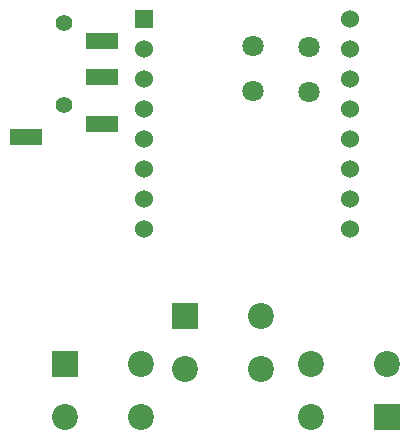
<source format=gts>
%TF.GenerationSoftware,KiCad,Pcbnew,(6.0.8)*%
%TF.CreationDate,2024-10-24T13:15:24+05:30*%
%TF.ProjectId,mp3_player,6d70335f-706c-4617-9965-722e6b696361,rev?*%
%TF.SameCoordinates,Original*%
%TF.FileFunction,Soldermask,Top*%
%TF.FilePolarity,Negative*%
%FSLAX46Y46*%
G04 Gerber Fmt 4.6, Leading zero omitted, Abs format (unit mm)*
G04 Created by KiCad (PCBNEW (6.0.8)) date 2024-10-24 13:15:24*
%MOMM*%
%LPD*%
G01*
G04 APERTURE LIST*
G04 Aperture macros list*
%AMRoundRect*
0 Rectangle with rounded corners*
0 $1 Rounding radius*
0 $2 $3 $4 $5 $6 $7 $8 $9 X,Y pos of 4 corners*
0 Add a 4 corners polygon primitive as box body*
4,1,4,$2,$3,$4,$5,$6,$7,$8,$9,$2,$3,0*
0 Add four circle primitives for the rounded corners*
1,1,$1+$1,$2,$3*
1,1,$1+$1,$4,$5*
1,1,$1+$1,$6,$7*
1,1,$1+$1,$8,$9*
0 Add four rect primitives between the rounded corners*
20,1,$1+$1,$2,$3,$4,$5,0*
20,1,$1+$1,$4,$5,$6,$7,0*
20,1,$1+$1,$6,$7,$8,$9,0*
20,1,$1+$1,$8,$9,$2,$3,0*%
G04 Aperture macros list end*
%ADD10R,2.200000X2.200000*%
%ADD11C,2.200000*%
%ADD12R,1.524000X1.524000*%
%ADD13C,1.524000*%
%ADD14C,1.402080*%
%ADD15RoundRect,0.101600X-1.249680X0.599440X-1.249680X-0.599440X1.249680X-0.599440X1.249680X0.599440X0*%
%ADD16RoundRect,0.101600X1.249680X-0.599440X1.249680X0.599440X-1.249680X0.599440X-1.249680X-0.599440X0*%
%ADD17C,1.803400*%
G04 APERTURE END LIST*
D10*
%TO.C,S2*%
X143562000Y-103922000D03*
D11*
X150062000Y-103922000D03*
X143562000Y-108422000D03*
X150062000Y-108422000D03*
%TD*%
D10*
%TO.C,S3*%
X133402000Y-107986000D03*
D11*
X139902000Y-107986000D03*
X133402000Y-112486000D03*
X139902000Y-112486000D03*
%TD*%
D10*
%TO.C,S1*%
X160730000Y-112486000D03*
D11*
X154230000Y-112486000D03*
X160730000Y-107986000D03*
X154230000Y-107986000D03*
%TD*%
D12*
%TO.C,U1*%
X140086500Y-78737347D03*
D13*
X140086500Y-81277347D03*
X140086500Y-83817347D03*
X140086500Y-86357347D03*
X140086500Y-88897347D03*
X140086500Y-91437347D03*
X140086500Y-93977347D03*
X140086500Y-96517347D03*
X157546500Y-96517347D03*
X157546500Y-93977347D03*
X157546500Y-91437347D03*
X157546500Y-88897347D03*
X157546500Y-86357347D03*
X157546500Y-83817347D03*
X157546500Y-81277347D03*
X157546500Y-78737347D03*
%TD*%
D14*
%TO.C,J2*%
X133350000Y-86047580D03*
X133350000Y-79047340D03*
D15*
X130101340Y-88747600D03*
X136598660Y-83647280D03*
D16*
X136598660Y-80647540D03*
D15*
X136598660Y-87647780D03*
%TD*%
D17*
%TO.C,J3*%
X154117473Y-84904206D03*
X154117473Y-81094206D03*
%TD*%
%TO.C,J1*%
X149352577Y-84878718D03*
X149352577Y-81068718D03*
%TD*%
M02*

</source>
